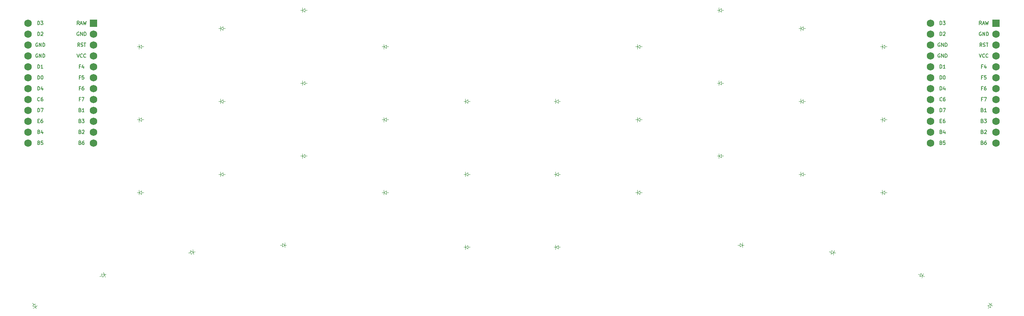
<source format=gbr>
%TF.GenerationSoftware,KiCad,Pcbnew,(6.0.4)*%
%TF.CreationDate,2022-07-04T17:43:03-04:00*%
%TF.ProjectId,glitch,676c6974-6368-42e6-9b69-6361645f7063,v1.0.0*%
%TF.SameCoordinates,Original*%
%TF.FileFunction,Legend,Top*%
%TF.FilePolarity,Positive*%
%FSLAX46Y46*%
G04 Gerber Fmt 4.6, Leading zero omitted, Abs format (unit mm)*
G04 Created by KiCad (PCBNEW (6.0.4)) date 2022-07-04 17:43:03*
%MOMM*%
%LPD*%
G01*
G04 APERTURE LIST*
%ADD10C,0.150000*%
%ADD11C,0.100000*%
%ADD12R,1.752600X1.752600*%
%ADD13C,1.752600*%
G04 APERTURE END LIST*
D10*
%TO.C,MCU1*%
X98747619Y47358095D02*
X98480952Y47739047D01*
X98290476Y47358095D02*
X98290476Y48158095D01*
X98595238Y48158095D01*
X98671428Y48120000D01*
X98709523Y48081904D01*
X98747619Y48005714D01*
X98747619Y47891428D01*
X98709523Y47815238D01*
X98671428Y47777142D01*
X98595238Y47739047D01*
X98290476Y47739047D01*
X99052380Y47586666D02*
X99433333Y47586666D01*
X98976190Y47358095D02*
X99242857Y48158095D01*
X99509523Y47358095D01*
X99700000Y48158095D02*
X99890476Y47358095D01*
X100042857Y47929523D01*
X100195238Y47358095D01*
X100385714Y48158095D01*
X98690476Y45580000D02*
X98614285Y45618095D01*
X98500000Y45618095D01*
X98385714Y45580000D01*
X98309523Y45503809D01*
X98271428Y45427619D01*
X98233333Y45275238D01*
X98233333Y45160952D01*
X98271428Y45008571D01*
X98309523Y44932380D01*
X98385714Y44856190D01*
X98500000Y44818095D01*
X98576190Y44818095D01*
X98690476Y44856190D01*
X98728571Y44894285D01*
X98728571Y45160952D01*
X98576190Y45160952D01*
X99071428Y44818095D02*
X99071428Y45618095D01*
X99528571Y44818095D01*
X99528571Y45618095D01*
X99909523Y44818095D02*
X99909523Y45618095D01*
X100100000Y45618095D01*
X100214285Y45580000D01*
X100290476Y45503809D01*
X100328571Y45427619D01*
X100366666Y45275238D01*
X100366666Y45160952D01*
X100328571Y45008571D01*
X100290476Y44932380D01*
X100214285Y44856190D01*
X100100000Y44818095D01*
X99909523Y44818095D01*
X98861904Y42278095D02*
X98595238Y42659047D01*
X98404761Y42278095D02*
X98404761Y43078095D01*
X98709523Y43078095D01*
X98785714Y43040000D01*
X98823809Y43001904D01*
X98861904Y42925714D01*
X98861904Y42811428D01*
X98823809Y42735238D01*
X98785714Y42697142D01*
X98709523Y42659047D01*
X98404761Y42659047D01*
X99166666Y42316190D02*
X99280952Y42278095D01*
X99471428Y42278095D01*
X99547619Y42316190D01*
X99585714Y42354285D01*
X99623809Y42430476D01*
X99623809Y42506666D01*
X99585714Y42582857D01*
X99547619Y42620952D01*
X99471428Y42659047D01*
X99319047Y42697142D01*
X99242857Y42735238D01*
X99204761Y42773333D01*
X99166666Y42849523D01*
X99166666Y42925714D01*
X99204761Y43001904D01*
X99242857Y43040000D01*
X99319047Y43078095D01*
X99509523Y43078095D01*
X99623809Y43040000D01*
X99852380Y43078095D02*
X100309523Y43078095D01*
X100080952Y42278095D02*
X100080952Y43078095D01*
X98233333Y40538095D02*
X98500000Y39738095D01*
X98766666Y40538095D01*
X99490476Y39814285D02*
X99452380Y39776190D01*
X99338095Y39738095D01*
X99261904Y39738095D01*
X99147619Y39776190D01*
X99071428Y39852380D01*
X99033333Y39928571D01*
X98995238Y40080952D01*
X98995238Y40195238D01*
X99033333Y40347619D01*
X99071428Y40423809D01*
X99147619Y40500000D01*
X99261904Y40538095D01*
X99338095Y40538095D01*
X99452380Y40500000D01*
X99490476Y40461904D01*
X100290476Y39814285D02*
X100252380Y39776190D01*
X100138095Y39738095D01*
X100061904Y39738095D01*
X99947619Y39776190D01*
X99871428Y39852380D01*
X99833333Y39928571D01*
X99795238Y40080952D01*
X99795238Y40195238D01*
X99833333Y40347619D01*
X99871428Y40423809D01*
X99947619Y40500000D01*
X100061904Y40538095D01*
X100138095Y40538095D01*
X100252380Y40500000D01*
X100290476Y40461904D01*
X99033333Y37617142D02*
X98766666Y37617142D01*
X98766666Y37198095D02*
X98766666Y37998095D01*
X99147619Y37998095D01*
X99795238Y37731428D02*
X99795238Y37198095D01*
X99604761Y38036190D02*
X99414285Y37464761D01*
X99909523Y37464761D01*
X99033333Y35077142D02*
X98766666Y35077142D01*
X98766666Y34658095D02*
X98766666Y35458095D01*
X99147619Y35458095D01*
X99833333Y35458095D02*
X99452380Y35458095D01*
X99414285Y35077142D01*
X99452380Y35115238D01*
X99528571Y35153333D01*
X99719047Y35153333D01*
X99795238Y35115238D01*
X99833333Y35077142D01*
X99871428Y35000952D01*
X99871428Y34810476D01*
X99833333Y34734285D01*
X99795238Y34696190D01*
X99719047Y34658095D01*
X99528571Y34658095D01*
X99452380Y34696190D01*
X99414285Y34734285D01*
X99033333Y32537142D02*
X98766666Y32537142D01*
X98766666Y32118095D02*
X98766666Y32918095D01*
X99147619Y32918095D01*
X99795238Y32918095D02*
X99642857Y32918095D01*
X99566666Y32880000D01*
X99528571Y32841904D01*
X99452380Y32727619D01*
X99414285Y32575238D01*
X99414285Y32270476D01*
X99452380Y32194285D01*
X99490476Y32156190D01*
X99566666Y32118095D01*
X99719047Y32118095D01*
X99795238Y32156190D01*
X99833333Y32194285D01*
X99871428Y32270476D01*
X99871428Y32460952D01*
X99833333Y32537142D01*
X99795238Y32575238D01*
X99719047Y32613333D01*
X99566666Y32613333D01*
X99490476Y32575238D01*
X99452380Y32537142D01*
X99414285Y32460952D01*
X99033333Y29997142D02*
X98766666Y29997142D01*
X98766666Y29578095D02*
X98766666Y30378095D01*
X99147619Y30378095D01*
X99376190Y30378095D02*
X99909523Y30378095D01*
X99566666Y29578095D01*
X98976190Y27457142D02*
X99090476Y27419047D01*
X99128571Y27380952D01*
X99166666Y27304761D01*
X99166666Y27190476D01*
X99128571Y27114285D01*
X99090476Y27076190D01*
X99014285Y27038095D01*
X98709523Y27038095D01*
X98709523Y27838095D01*
X98976190Y27838095D01*
X99052380Y27800000D01*
X99090476Y27761904D01*
X99128571Y27685714D01*
X99128571Y27609523D01*
X99090476Y27533333D01*
X99052380Y27495238D01*
X98976190Y27457142D01*
X98709523Y27457142D01*
X99928571Y27038095D02*
X99471428Y27038095D01*
X99700000Y27038095D02*
X99700000Y27838095D01*
X99623809Y27723809D01*
X99547619Y27647619D01*
X99471428Y27609523D01*
X98976190Y24917142D02*
X99090476Y24879047D01*
X99128571Y24840952D01*
X99166666Y24764761D01*
X99166666Y24650476D01*
X99128571Y24574285D01*
X99090476Y24536190D01*
X99014285Y24498095D01*
X98709523Y24498095D01*
X98709523Y25298095D01*
X98976190Y25298095D01*
X99052380Y25260000D01*
X99090476Y25221904D01*
X99128571Y25145714D01*
X99128571Y25069523D01*
X99090476Y24993333D01*
X99052380Y24955238D01*
X98976190Y24917142D01*
X98709523Y24917142D01*
X99433333Y25298095D02*
X99928571Y25298095D01*
X99661904Y24993333D01*
X99776190Y24993333D01*
X99852380Y24955238D01*
X99890476Y24917142D01*
X99928571Y24840952D01*
X99928571Y24650476D01*
X99890476Y24574285D01*
X99852380Y24536190D01*
X99776190Y24498095D01*
X99547619Y24498095D01*
X99471428Y24536190D01*
X99433333Y24574285D01*
X98976190Y22377142D02*
X99090476Y22339047D01*
X99128571Y22300952D01*
X99166666Y22224761D01*
X99166666Y22110476D01*
X99128571Y22034285D01*
X99090476Y21996190D01*
X99014285Y21958095D01*
X98709523Y21958095D01*
X98709523Y22758095D01*
X98976190Y22758095D01*
X99052380Y22720000D01*
X99090476Y22681904D01*
X99128571Y22605714D01*
X99128571Y22529523D01*
X99090476Y22453333D01*
X99052380Y22415238D01*
X98976190Y22377142D01*
X98709523Y22377142D01*
X99471428Y22681904D02*
X99509523Y22720000D01*
X99585714Y22758095D01*
X99776190Y22758095D01*
X99852380Y22720000D01*
X99890476Y22681904D01*
X99928571Y22605714D01*
X99928571Y22529523D01*
X99890476Y22415238D01*
X99433333Y21958095D01*
X99928571Y21958095D01*
X98976190Y19837142D02*
X99090476Y19799047D01*
X99128571Y19760952D01*
X99166666Y19684761D01*
X99166666Y19570476D01*
X99128571Y19494285D01*
X99090476Y19456190D01*
X99014285Y19418095D01*
X98709523Y19418095D01*
X98709523Y20218095D01*
X98976190Y20218095D01*
X99052380Y20180000D01*
X99090476Y20141904D01*
X99128571Y20065714D01*
X99128571Y19989523D01*
X99090476Y19913333D01*
X99052380Y19875238D01*
X98976190Y19837142D01*
X98709523Y19837142D01*
X99852380Y20218095D02*
X99700000Y20218095D01*
X99623809Y20180000D01*
X99585714Y20141904D01*
X99509523Y20027619D01*
X99471428Y19875238D01*
X99471428Y19570476D01*
X99509523Y19494285D01*
X99547619Y19456190D01*
X99623809Y19418095D01*
X99776190Y19418095D01*
X99852380Y19456190D01*
X99890476Y19494285D01*
X99928571Y19570476D01*
X99928571Y19760952D01*
X99890476Y19837142D01*
X99852380Y19875238D01*
X99776190Y19913333D01*
X99623809Y19913333D01*
X99547619Y19875238D01*
X99509523Y19837142D01*
X99471428Y19760952D01*
X89109523Y47358095D02*
X89109523Y48158095D01*
X89300000Y48158095D01*
X89414285Y48120000D01*
X89490476Y48043809D01*
X89528571Y47967619D01*
X89566666Y47815238D01*
X89566666Y47700952D01*
X89528571Y47548571D01*
X89490476Y47472380D01*
X89414285Y47396190D01*
X89300000Y47358095D01*
X89109523Y47358095D01*
X89833333Y48158095D02*
X90328571Y48158095D01*
X90061904Y47853333D01*
X90176190Y47853333D01*
X90252380Y47815238D01*
X90290476Y47777142D01*
X90328571Y47700952D01*
X90328571Y47510476D01*
X90290476Y47434285D01*
X90252380Y47396190D01*
X90176190Y47358095D01*
X89947619Y47358095D01*
X89871428Y47396190D01*
X89833333Y47434285D01*
X89109523Y44818095D02*
X89109523Y45618095D01*
X89300000Y45618095D01*
X89414285Y45580000D01*
X89490476Y45503809D01*
X89528571Y45427619D01*
X89566666Y45275238D01*
X89566666Y45160952D01*
X89528571Y45008571D01*
X89490476Y44932380D01*
X89414285Y44856190D01*
X89300000Y44818095D01*
X89109523Y44818095D01*
X89871428Y45541904D02*
X89909523Y45580000D01*
X89985714Y45618095D01*
X90176190Y45618095D01*
X90252380Y45580000D01*
X90290476Y45541904D01*
X90328571Y45465714D01*
X90328571Y45389523D01*
X90290476Y45275238D01*
X89833333Y44818095D01*
X90328571Y44818095D01*
X89090476Y43040000D02*
X89014285Y43078095D01*
X88900000Y43078095D01*
X88785714Y43040000D01*
X88709523Y42963809D01*
X88671428Y42887619D01*
X88633333Y42735238D01*
X88633333Y42620952D01*
X88671428Y42468571D01*
X88709523Y42392380D01*
X88785714Y42316190D01*
X88900000Y42278095D01*
X88976190Y42278095D01*
X89090476Y42316190D01*
X89128571Y42354285D01*
X89128571Y42620952D01*
X88976190Y42620952D01*
X89471428Y42278095D02*
X89471428Y43078095D01*
X89928571Y42278095D01*
X89928571Y43078095D01*
X90309523Y42278095D02*
X90309523Y43078095D01*
X90500000Y43078095D01*
X90614285Y43040000D01*
X90690476Y42963809D01*
X90728571Y42887619D01*
X90766666Y42735238D01*
X90766666Y42620952D01*
X90728571Y42468571D01*
X90690476Y42392380D01*
X90614285Y42316190D01*
X90500000Y42278095D01*
X90309523Y42278095D01*
X89090476Y40500000D02*
X89014285Y40538095D01*
X88900000Y40538095D01*
X88785714Y40500000D01*
X88709523Y40423809D01*
X88671428Y40347619D01*
X88633333Y40195238D01*
X88633333Y40080952D01*
X88671428Y39928571D01*
X88709523Y39852380D01*
X88785714Y39776190D01*
X88900000Y39738095D01*
X88976190Y39738095D01*
X89090476Y39776190D01*
X89128571Y39814285D01*
X89128571Y40080952D01*
X88976190Y40080952D01*
X89471428Y39738095D02*
X89471428Y40538095D01*
X89928571Y39738095D01*
X89928571Y40538095D01*
X90309523Y39738095D02*
X90309523Y40538095D01*
X90500000Y40538095D01*
X90614285Y40500000D01*
X90690476Y40423809D01*
X90728571Y40347619D01*
X90766666Y40195238D01*
X90766666Y40080952D01*
X90728571Y39928571D01*
X90690476Y39852380D01*
X90614285Y39776190D01*
X90500000Y39738095D01*
X90309523Y39738095D01*
X89109523Y37198095D02*
X89109523Y37998095D01*
X89300000Y37998095D01*
X89414285Y37960000D01*
X89490476Y37883809D01*
X89528571Y37807619D01*
X89566666Y37655238D01*
X89566666Y37540952D01*
X89528571Y37388571D01*
X89490476Y37312380D01*
X89414285Y37236190D01*
X89300000Y37198095D01*
X89109523Y37198095D01*
X90328571Y37198095D02*
X89871428Y37198095D01*
X90100000Y37198095D02*
X90100000Y37998095D01*
X90023809Y37883809D01*
X89947619Y37807619D01*
X89871428Y37769523D01*
X89109523Y34658095D02*
X89109523Y35458095D01*
X89300000Y35458095D01*
X89414285Y35420000D01*
X89490476Y35343809D01*
X89528571Y35267619D01*
X89566666Y35115238D01*
X89566666Y35000952D01*
X89528571Y34848571D01*
X89490476Y34772380D01*
X89414285Y34696190D01*
X89300000Y34658095D01*
X89109523Y34658095D01*
X90061904Y35458095D02*
X90138095Y35458095D01*
X90214285Y35420000D01*
X90252380Y35381904D01*
X90290476Y35305714D01*
X90328571Y35153333D01*
X90328571Y34962857D01*
X90290476Y34810476D01*
X90252380Y34734285D01*
X90214285Y34696190D01*
X90138095Y34658095D01*
X90061904Y34658095D01*
X89985714Y34696190D01*
X89947619Y34734285D01*
X89909523Y34810476D01*
X89871428Y34962857D01*
X89871428Y35153333D01*
X89909523Y35305714D01*
X89947619Y35381904D01*
X89985714Y35420000D01*
X90061904Y35458095D01*
X89109523Y32118095D02*
X89109523Y32918095D01*
X89300000Y32918095D01*
X89414285Y32880000D01*
X89490476Y32803809D01*
X89528571Y32727619D01*
X89566666Y32575238D01*
X89566666Y32460952D01*
X89528571Y32308571D01*
X89490476Y32232380D01*
X89414285Y32156190D01*
X89300000Y32118095D01*
X89109523Y32118095D01*
X90252380Y32651428D02*
X90252380Y32118095D01*
X90061904Y32956190D02*
X89871428Y32384761D01*
X90366666Y32384761D01*
X89566666Y29654285D02*
X89528571Y29616190D01*
X89414285Y29578095D01*
X89338095Y29578095D01*
X89223809Y29616190D01*
X89147619Y29692380D01*
X89109523Y29768571D01*
X89071428Y29920952D01*
X89071428Y30035238D01*
X89109523Y30187619D01*
X89147619Y30263809D01*
X89223809Y30340000D01*
X89338095Y30378095D01*
X89414285Y30378095D01*
X89528571Y30340000D01*
X89566666Y30301904D01*
X90252380Y30378095D02*
X90100000Y30378095D01*
X90023809Y30340000D01*
X89985714Y30301904D01*
X89909523Y30187619D01*
X89871428Y30035238D01*
X89871428Y29730476D01*
X89909523Y29654285D01*
X89947619Y29616190D01*
X90023809Y29578095D01*
X90176190Y29578095D01*
X90252380Y29616190D01*
X90290476Y29654285D01*
X90328571Y29730476D01*
X90328571Y29920952D01*
X90290476Y29997142D01*
X90252380Y30035238D01*
X90176190Y30073333D01*
X90023809Y30073333D01*
X89947619Y30035238D01*
X89909523Y29997142D01*
X89871428Y29920952D01*
X89109523Y27038095D02*
X89109523Y27838095D01*
X89300000Y27838095D01*
X89414285Y27800000D01*
X89490476Y27723809D01*
X89528571Y27647619D01*
X89566666Y27495238D01*
X89566666Y27380952D01*
X89528571Y27228571D01*
X89490476Y27152380D01*
X89414285Y27076190D01*
X89300000Y27038095D01*
X89109523Y27038095D01*
X89833333Y27838095D02*
X90366666Y27838095D01*
X90023809Y27038095D01*
X89147619Y24917142D02*
X89414285Y24917142D01*
X89528571Y24498095D02*
X89147619Y24498095D01*
X89147619Y25298095D01*
X89528571Y25298095D01*
X90214285Y25298095D02*
X90061904Y25298095D01*
X89985714Y25260000D01*
X89947619Y25221904D01*
X89871428Y25107619D01*
X89833333Y24955238D01*
X89833333Y24650476D01*
X89871428Y24574285D01*
X89909523Y24536190D01*
X89985714Y24498095D01*
X90138095Y24498095D01*
X90214285Y24536190D01*
X90252380Y24574285D01*
X90290476Y24650476D01*
X90290476Y24840952D01*
X90252380Y24917142D01*
X90214285Y24955238D01*
X90138095Y24993333D01*
X89985714Y24993333D01*
X89909523Y24955238D01*
X89871428Y24917142D01*
X89833333Y24840952D01*
X89376190Y22377142D02*
X89490476Y22339047D01*
X89528571Y22300952D01*
X89566666Y22224761D01*
X89566666Y22110476D01*
X89528571Y22034285D01*
X89490476Y21996190D01*
X89414285Y21958095D01*
X89109523Y21958095D01*
X89109523Y22758095D01*
X89376190Y22758095D01*
X89452380Y22720000D01*
X89490476Y22681904D01*
X89528571Y22605714D01*
X89528571Y22529523D01*
X89490476Y22453333D01*
X89452380Y22415238D01*
X89376190Y22377142D01*
X89109523Y22377142D01*
X90252380Y22491428D02*
X90252380Y21958095D01*
X90061904Y22796190D02*
X89871428Y22224761D01*
X90366666Y22224761D01*
X89376190Y19837142D02*
X89490476Y19799047D01*
X89528571Y19760952D01*
X89566666Y19684761D01*
X89566666Y19570476D01*
X89528571Y19494285D01*
X89490476Y19456190D01*
X89414285Y19418095D01*
X89109523Y19418095D01*
X89109523Y20218095D01*
X89376190Y20218095D01*
X89452380Y20180000D01*
X89490476Y20141904D01*
X89528571Y20065714D01*
X89528571Y19989523D01*
X89490476Y19913333D01*
X89452380Y19875238D01*
X89376190Y19837142D01*
X89109523Y19837142D01*
X90290476Y20218095D02*
X89909523Y20218095D01*
X89871428Y19837142D01*
X89909523Y19875238D01*
X89985714Y19913333D01*
X90176190Y19913333D01*
X90252380Y19875238D01*
X90290476Y19837142D01*
X90328571Y19760952D01*
X90328571Y19570476D01*
X90290476Y19494285D01*
X90252380Y19456190D01*
X90176190Y19418095D01*
X89985714Y19418095D01*
X89909523Y19456190D01*
X89871428Y19494285D01*
%TO.C,MCU2*%
X-111252380Y47358095D02*
X-111519047Y47739047D01*
X-111709523Y47358095D02*
X-111709523Y48158095D01*
X-111404761Y48158095D01*
X-111328571Y48120000D01*
X-111290476Y48081904D01*
X-111252380Y48005714D01*
X-111252380Y47891428D01*
X-111290476Y47815238D01*
X-111328571Y47777142D01*
X-111404761Y47739047D01*
X-111709523Y47739047D01*
X-110947619Y47586666D02*
X-110566666Y47586666D01*
X-111023809Y47358095D02*
X-110757142Y48158095D01*
X-110490476Y47358095D01*
X-110300000Y48158095D02*
X-110109523Y47358095D01*
X-109957142Y47929523D01*
X-109804761Y47358095D01*
X-109614285Y48158095D01*
X-111309523Y45580000D02*
X-111385714Y45618095D01*
X-111500000Y45618095D01*
X-111614285Y45580000D01*
X-111690476Y45503809D01*
X-111728571Y45427619D01*
X-111766666Y45275238D01*
X-111766666Y45160952D01*
X-111728571Y45008571D01*
X-111690476Y44932380D01*
X-111614285Y44856190D01*
X-111500000Y44818095D01*
X-111423809Y44818095D01*
X-111309523Y44856190D01*
X-111271428Y44894285D01*
X-111271428Y45160952D01*
X-111423809Y45160952D01*
X-110928571Y44818095D02*
X-110928571Y45618095D01*
X-110471428Y44818095D01*
X-110471428Y45618095D01*
X-110090476Y44818095D02*
X-110090476Y45618095D01*
X-109900000Y45618095D01*
X-109785714Y45580000D01*
X-109709523Y45503809D01*
X-109671428Y45427619D01*
X-109633333Y45275238D01*
X-109633333Y45160952D01*
X-109671428Y45008571D01*
X-109709523Y44932380D01*
X-109785714Y44856190D01*
X-109900000Y44818095D01*
X-110090476Y44818095D01*
X-111138095Y42278095D02*
X-111404761Y42659047D01*
X-111595238Y42278095D02*
X-111595238Y43078095D01*
X-111290476Y43078095D01*
X-111214285Y43040000D01*
X-111176190Y43001904D01*
X-111138095Y42925714D01*
X-111138095Y42811428D01*
X-111176190Y42735238D01*
X-111214285Y42697142D01*
X-111290476Y42659047D01*
X-111595238Y42659047D01*
X-110833333Y42316190D02*
X-110719047Y42278095D01*
X-110528571Y42278095D01*
X-110452380Y42316190D01*
X-110414285Y42354285D01*
X-110376190Y42430476D01*
X-110376190Y42506666D01*
X-110414285Y42582857D01*
X-110452380Y42620952D01*
X-110528571Y42659047D01*
X-110680952Y42697142D01*
X-110757142Y42735238D01*
X-110795238Y42773333D01*
X-110833333Y42849523D01*
X-110833333Y42925714D01*
X-110795238Y43001904D01*
X-110757142Y43040000D01*
X-110680952Y43078095D01*
X-110490476Y43078095D01*
X-110376190Y43040000D01*
X-110147619Y43078095D02*
X-109690476Y43078095D01*
X-109919047Y42278095D02*
X-109919047Y43078095D01*
X-111766666Y40538095D02*
X-111500000Y39738095D01*
X-111233333Y40538095D01*
X-110509523Y39814285D02*
X-110547619Y39776190D01*
X-110661904Y39738095D01*
X-110738095Y39738095D01*
X-110852380Y39776190D01*
X-110928571Y39852380D01*
X-110966666Y39928571D01*
X-111004761Y40080952D01*
X-111004761Y40195238D01*
X-110966666Y40347619D01*
X-110928571Y40423809D01*
X-110852380Y40500000D01*
X-110738095Y40538095D01*
X-110661904Y40538095D01*
X-110547619Y40500000D01*
X-110509523Y40461904D01*
X-109709523Y39814285D02*
X-109747619Y39776190D01*
X-109861904Y39738095D01*
X-109938095Y39738095D01*
X-110052380Y39776190D01*
X-110128571Y39852380D01*
X-110166666Y39928571D01*
X-110204761Y40080952D01*
X-110204761Y40195238D01*
X-110166666Y40347619D01*
X-110128571Y40423809D01*
X-110052380Y40500000D01*
X-109938095Y40538095D01*
X-109861904Y40538095D01*
X-109747619Y40500000D01*
X-109709523Y40461904D01*
X-110966666Y37617142D02*
X-111233333Y37617142D01*
X-111233333Y37198095D02*
X-111233333Y37998095D01*
X-110852380Y37998095D01*
X-110204761Y37731428D02*
X-110204761Y37198095D01*
X-110395238Y38036190D02*
X-110585714Y37464761D01*
X-110090476Y37464761D01*
X-110966666Y35077142D02*
X-111233333Y35077142D01*
X-111233333Y34658095D02*
X-111233333Y35458095D01*
X-110852380Y35458095D01*
X-110166666Y35458095D02*
X-110547619Y35458095D01*
X-110585714Y35077142D01*
X-110547619Y35115238D01*
X-110471428Y35153333D01*
X-110280952Y35153333D01*
X-110204761Y35115238D01*
X-110166666Y35077142D01*
X-110128571Y35000952D01*
X-110128571Y34810476D01*
X-110166666Y34734285D01*
X-110204761Y34696190D01*
X-110280952Y34658095D01*
X-110471428Y34658095D01*
X-110547619Y34696190D01*
X-110585714Y34734285D01*
X-110966666Y32537142D02*
X-111233333Y32537142D01*
X-111233333Y32118095D02*
X-111233333Y32918095D01*
X-110852380Y32918095D01*
X-110204761Y32918095D02*
X-110357142Y32918095D01*
X-110433333Y32880000D01*
X-110471428Y32841904D01*
X-110547619Y32727619D01*
X-110585714Y32575238D01*
X-110585714Y32270476D01*
X-110547619Y32194285D01*
X-110509523Y32156190D01*
X-110433333Y32118095D01*
X-110280952Y32118095D01*
X-110204761Y32156190D01*
X-110166666Y32194285D01*
X-110128571Y32270476D01*
X-110128571Y32460952D01*
X-110166666Y32537142D01*
X-110204761Y32575238D01*
X-110280952Y32613333D01*
X-110433333Y32613333D01*
X-110509523Y32575238D01*
X-110547619Y32537142D01*
X-110585714Y32460952D01*
X-110966666Y29997142D02*
X-111233333Y29997142D01*
X-111233333Y29578095D02*
X-111233333Y30378095D01*
X-110852380Y30378095D01*
X-110623809Y30378095D02*
X-110090476Y30378095D01*
X-110433333Y29578095D01*
X-111023809Y27457142D02*
X-110909523Y27419047D01*
X-110871428Y27380952D01*
X-110833333Y27304761D01*
X-110833333Y27190476D01*
X-110871428Y27114285D01*
X-110909523Y27076190D01*
X-110985714Y27038095D01*
X-111290476Y27038095D01*
X-111290476Y27838095D01*
X-111023809Y27838095D01*
X-110947619Y27800000D01*
X-110909523Y27761904D01*
X-110871428Y27685714D01*
X-110871428Y27609523D01*
X-110909523Y27533333D01*
X-110947619Y27495238D01*
X-111023809Y27457142D01*
X-111290476Y27457142D01*
X-110071428Y27038095D02*
X-110528571Y27038095D01*
X-110300000Y27038095D02*
X-110300000Y27838095D01*
X-110376190Y27723809D01*
X-110452380Y27647619D01*
X-110528571Y27609523D01*
X-111023809Y24917142D02*
X-110909523Y24879047D01*
X-110871428Y24840952D01*
X-110833333Y24764761D01*
X-110833333Y24650476D01*
X-110871428Y24574285D01*
X-110909523Y24536190D01*
X-110985714Y24498095D01*
X-111290476Y24498095D01*
X-111290476Y25298095D01*
X-111023809Y25298095D01*
X-110947619Y25260000D01*
X-110909523Y25221904D01*
X-110871428Y25145714D01*
X-110871428Y25069523D01*
X-110909523Y24993333D01*
X-110947619Y24955238D01*
X-111023809Y24917142D01*
X-111290476Y24917142D01*
X-110566666Y25298095D02*
X-110071428Y25298095D01*
X-110338095Y24993333D01*
X-110223809Y24993333D01*
X-110147619Y24955238D01*
X-110109523Y24917142D01*
X-110071428Y24840952D01*
X-110071428Y24650476D01*
X-110109523Y24574285D01*
X-110147619Y24536190D01*
X-110223809Y24498095D01*
X-110452380Y24498095D01*
X-110528571Y24536190D01*
X-110566666Y24574285D01*
X-111023809Y22377142D02*
X-110909523Y22339047D01*
X-110871428Y22300952D01*
X-110833333Y22224761D01*
X-110833333Y22110476D01*
X-110871428Y22034285D01*
X-110909523Y21996190D01*
X-110985714Y21958095D01*
X-111290476Y21958095D01*
X-111290476Y22758095D01*
X-111023809Y22758095D01*
X-110947619Y22720000D01*
X-110909523Y22681904D01*
X-110871428Y22605714D01*
X-110871428Y22529523D01*
X-110909523Y22453333D01*
X-110947619Y22415238D01*
X-111023809Y22377142D01*
X-111290476Y22377142D01*
X-110528571Y22681904D02*
X-110490476Y22720000D01*
X-110414285Y22758095D01*
X-110223809Y22758095D01*
X-110147619Y22720000D01*
X-110109523Y22681904D01*
X-110071428Y22605714D01*
X-110071428Y22529523D01*
X-110109523Y22415238D01*
X-110566666Y21958095D01*
X-110071428Y21958095D01*
X-111023809Y19837142D02*
X-110909523Y19799047D01*
X-110871428Y19760952D01*
X-110833333Y19684761D01*
X-110833333Y19570476D01*
X-110871428Y19494285D01*
X-110909523Y19456190D01*
X-110985714Y19418095D01*
X-111290476Y19418095D01*
X-111290476Y20218095D01*
X-111023809Y20218095D01*
X-110947619Y20180000D01*
X-110909523Y20141904D01*
X-110871428Y20065714D01*
X-110871428Y19989523D01*
X-110909523Y19913333D01*
X-110947619Y19875238D01*
X-111023809Y19837142D01*
X-111290476Y19837142D01*
X-110147619Y20218095D02*
X-110300000Y20218095D01*
X-110376190Y20180000D01*
X-110414285Y20141904D01*
X-110490476Y20027619D01*
X-110528571Y19875238D01*
X-110528571Y19570476D01*
X-110490476Y19494285D01*
X-110452380Y19456190D01*
X-110376190Y19418095D01*
X-110223809Y19418095D01*
X-110147619Y19456190D01*
X-110109523Y19494285D01*
X-110071428Y19570476D01*
X-110071428Y19760952D01*
X-110109523Y19837142D01*
X-110147619Y19875238D01*
X-110223809Y19913333D01*
X-110376190Y19913333D01*
X-110452380Y19875238D01*
X-110490476Y19837142D01*
X-110528571Y19760952D01*
X-120890476Y47358095D02*
X-120890476Y48158095D01*
X-120700000Y48158095D01*
X-120585714Y48120000D01*
X-120509523Y48043809D01*
X-120471428Y47967619D01*
X-120433333Y47815238D01*
X-120433333Y47700952D01*
X-120471428Y47548571D01*
X-120509523Y47472380D01*
X-120585714Y47396190D01*
X-120700000Y47358095D01*
X-120890476Y47358095D01*
X-120166666Y48158095D02*
X-119671428Y48158095D01*
X-119938095Y47853333D01*
X-119823809Y47853333D01*
X-119747619Y47815238D01*
X-119709523Y47777142D01*
X-119671428Y47700952D01*
X-119671428Y47510476D01*
X-119709523Y47434285D01*
X-119747619Y47396190D01*
X-119823809Y47358095D01*
X-120052380Y47358095D01*
X-120128571Y47396190D01*
X-120166666Y47434285D01*
X-120890476Y44818095D02*
X-120890476Y45618095D01*
X-120700000Y45618095D01*
X-120585714Y45580000D01*
X-120509523Y45503809D01*
X-120471428Y45427619D01*
X-120433333Y45275238D01*
X-120433333Y45160952D01*
X-120471428Y45008571D01*
X-120509523Y44932380D01*
X-120585714Y44856190D01*
X-120700000Y44818095D01*
X-120890476Y44818095D01*
X-120128571Y45541904D02*
X-120090476Y45580000D01*
X-120014285Y45618095D01*
X-119823809Y45618095D01*
X-119747619Y45580000D01*
X-119709523Y45541904D01*
X-119671428Y45465714D01*
X-119671428Y45389523D01*
X-119709523Y45275238D01*
X-120166666Y44818095D01*
X-119671428Y44818095D01*
X-120909523Y43040000D02*
X-120985714Y43078095D01*
X-121100000Y43078095D01*
X-121214285Y43040000D01*
X-121290476Y42963809D01*
X-121328571Y42887619D01*
X-121366666Y42735238D01*
X-121366666Y42620952D01*
X-121328571Y42468571D01*
X-121290476Y42392380D01*
X-121214285Y42316190D01*
X-121100000Y42278095D01*
X-121023809Y42278095D01*
X-120909523Y42316190D01*
X-120871428Y42354285D01*
X-120871428Y42620952D01*
X-121023809Y42620952D01*
X-120528571Y42278095D02*
X-120528571Y43078095D01*
X-120071428Y42278095D01*
X-120071428Y43078095D01*
X-119690476Y42278095D02*
X-119690476Y43078095D01*
X-119500000Y43078095D01*
X-119385714Y43040000D01*
X-119309523Y42963809D01*
X-119271428Y42887619D01*
X-119233333Y42735238D01*
X-119233333Y42620952D01*
X-119271428Y42468571D01*
X-119309523Y42392380D01*
X-119385714Y42316190D01*
X-119500000Y42278095D01*
X-119690476Y42278095D01*
X-120909523Y40500000D02*
X-120985714Y40538095D01*
X-121100000Y40538095D01*
X-121214285Y40500000D01*
X-121290476Y40423809D01*
X-121328571Y40347619D01*
X-121366666Y40195238D01*
X-121366666Y40080952D01*
X-121328571Y39928571D01*
X-121290476Y39852380D01*
X-121214285Y39776190D01*
X-121100000Y39738095D01*
X-121023809Y39738095D01*
X-120909523Y39776190D01*
X-120871428Y39814285D01*
X-120871428Y40080952D01*
X-121023809Y40080952D01*
X-120528571Y39738095D02*
X-120528571Y40538095D01*
X-120071428Y39738095D01*
X-120071428Y40538095D01*
X-119690476Y39738095D02*
X-119690476Y40538095D01*
X-119500000Y40538095D01*
X-119385714Y40500000D01*
X-119309523Y40423809D01*
X-119271428Y40347619D01*
X-119233333Y40195238D01*
X-119233333Y40080952D01*
X-119271428Y39928571D01*
X-119309523Y39852380D01*
X-119385714Y39776190D01*
X-119500000Y39738095D01*
X-119690476Y39738095D01*
X-120890476Y37198095D02*
X-120890476Y37998095D01*
X-120700000Y37998095D01*
X-120585714Y37960000D01*
X-120509523Y37883809D01*
X-120471428Y37807619D01*
X-120433333Y37655238D01*
X-120433333Y37540952D01*
X-120471428Y37388571D01*
X-120509523Y37312380D01*
X-120585714Y37236190D01*
X-120700000Y37198095D01*
X-120890476Y37198095D01*
X-119671428Y37198095D02*
X-120128571Y37198095D01*
X-119900000Y37198095D02*
X-119900000Y37998095D01*
X-119976190Y37883809D01*
X-120052380Y37807619D01*
X-120128571Y37769523D01*
X-120890476Y34658095D02*
X-120890476Y35458095D01*
X-120700000Y35458095D01*
X-120585714Y35420000D01*
X-120509523Y35343809D01*
X-120471428Y35267619D01*
X-120433333Y35115238D01*
X-120433333Y35000952D01*
X-120471428Y34848571D01*
X-120509523Y34772380D01*
X-120585714Y34696190D01*
X-120700000Y34658095D01*
X-120890476Y34658095D01*
X-119938095Y35458095D02*
X-119861904Y35458095D01*
X-119785714Y35420000D01*
X-119747619Y35381904D01*
X-119709523Y35305714D01*
X-119671428Y35153333D01*
X-119671428Y34962857D01*
X-119709523Y34810476D01*
X-119747619Y34734285D01*
X-119785714Y34696190D01*
X-119861904Y34658095D01*
X-119938095Y34658095D01*
X-120014285Y34696190D01*
X-120052380Y34734285D01*
X-120090476Y34810476D01*
X-120128571Y34962857D01*
X-120128571Y35153333D01*
X-120090476Y35305714D01*
X-120052380Y35381904D01*
X-120014285Y35420000D01*
X-119938095Y35458095D01*
X-120890476Y32118095D02*
X-120890476Y32918095D01*
X-120700000Y32918095D01*
X-120585714Y32880000D01*
X-120509523Y32803809D01*
X-120471428Y32727619D01*
X-120433333Y32575238D01*
X-120433333Y32460952D01*
X-120471428Y32308571D01*
X-120509523Y32232380D01*
X-120585714Y32156190D01*
X-120700000Y32118095D01*
X-120890476Y32118095D01*
X-119747619Y32651428D02*
X-119747619Y32118095D01*
X-119938095Y32956190D02*
X-120128571Y32384761D01*
X-119633333Y32384761D01*
X-120433333Y29654285D02*
X-120471428Y29616190D01*
X-120585714Y29578095D01*
X-120661904Y29578095D01*
X-120776190Y29616190D01*
X-120852380Y29692380D01*
X-120890476Y29768571D01*
X-120928571Y29920952D01*
X-120928571Y30035238D01*
X-120890476Y30187619D01*
X-120852380Y30263809D01*
X-120776190Y30340000D01*
X-120661904Y30378095D01*
X-120585714Y30378095D01*
X-120471428Y30340000D01*
X-120433333Y30301904D01*
X-119747619Y30378095D02*
X-119900000Y30378095D01*
X-119976190Y30340000D01*
X-120014285Y30301904D01*
X-120090476Y30187619D01*
X-120128571Y30035238D01*
X-120128571Y29730476D01*
X-120090476Y29654285D01*
X-120052380Y29616190D01*
X-119976190Y29578095D01*
X-119823809Y29578095D01*
X-119747619Y29616190D01*
X-119709523Y29654285D01*
X-119671428Y29730476D01*
X-119671428Y29920952D01*
X-119709523Y29997142D01*
X-119747619Y30035238D01*
X-119823809Y30073333D01*
X-119976190Y30073333D01*
X-120052380Y30035238D01*
X-120090476Y29997142D01*
X-120128571Y29920952D01*
X-120890476Y27038095D02*
X-120890476Y27838095D01*
X-120700000Y27838095D01*
X-120585714Y27800000D01*
X-120509523Y27723809D01*
X-120471428Y27647619D01*
X-120433333Y27495238D01*
X-120433333Y27380952D01*
X-120471428Y27228571D01*
X-120509523Y27152380D01*
X-120585714Y27076190D01*
X-120700000Y27038095D01*
X-120890476Y27038095D01*
X-120166666Y27838095D02*
X-119633333Y27838095D01*
X-119976190Y27038095D01*
X-120852380Y24917142D02*
X-120585714Y24917142D01*
X-120471428Y24498095D02*
X-120852380Y24498095D01*
X-120852380Y25298095D01*
X-120471428Y25298095D01*
X-119785714Y25298095D02*
X-119938095Y25298095D01*
X-120014285Y25260000D01*
X-120052380Y25221904D01*
X-120128571Y25107619D01*
X-120166666Y24955238D01*
X-120166666Y24650476D01*
X-120128571Y24574285D01*
X-120090476Y24536190D01*
X-120014285Y24498095D01*
X-119861904Y24498095D01*
X-119785714Y24536190D01*
X-119747619Y24574285D01*
X-119709523Y24650476D01*
X-119709523Y24840952D01*
X-119747619Y24917142D01*
X-119785714Y24955238D01*
X-119861904Y24993333D01*
X-120014285Y24993333D01*
X-120090476Y24955238D01*
X-120128571Y24917142D01*
X-120166666Y24840952D01*
X-120623809Y22377142D02*
X-120509523Y22339047D01*
X-120471428Y22300952D01*
X-120433333Y22224761D01*
X-120433333Y22110476D01*
X-120471428Y22034285D01*
X-120509523Y21996190D01*
X-120585714Y21958095D01*
X-120890476Y21958095D01*
X-120890476Y22758095D01*
X-120623809Y22758095D01*
X-120547619Y22720000D01*
X-120509523Y22681904D01*
X-120471428Y22605714D01*
X-120471428Y22529523D01*
X-120509523Y22453333D01*
X-120547619Y22415238D01*
X-120623809Y22377142D01*
X-120890476Y22377142D01*
X-119747619Y22491428D02*
X-119747619Y21958095D01*
X-119938095Y22796190D02*
X-120128571Y22224761D01*
X-119633333Y22224761D01*
X-120623809Y19837142D02*
X-120509523Y19799047D01*
X-120471428Y19760952D01*
X-120433333Y19684761D01*
X-120433333Y19570476D01*
X-120471428Y19494285D01*
X-120509523Y19456190D01*
X-120585714Y19418095D01*
X-120890476Y19418095D01*
X-120890476Y20218095D01*
X-120623809Y20218095D01*
X-120547619Y20180000D01*
X-120509523Y20141904D01*
X-120471428Y20065714D01*
X-120471428Y19989523D01*
X-120509523Y19913333D01*
X-120547619Y19875238D01*
X-120623809Y19837142D01*
X-120890476Y19837142D01*
X-119709523Y20218095D02*
X-120090476Y20218095D01*
X-120128571Y19837142D01*
X-120090476Y19875238D01*
X-120014285Y19913333D01*
X-119823809Y19913333D01*
X-119747619Y19875238D01*
X-119709523Y19837142D01*
X-119671428Y19760952D01*
X-119671428Y19570476D01*
X-119709523Y19494285D01*
X-119747619Y19456190D01*
X-119823809Y19418095D01*
X-120014285Y19418095D01*
X-120090476Y19456190D01*
X-120128571Y19494285D01*
%TO.C,*%
D11*
%TO.C,D1*%
X250000Y-4500000D02*
X750000Y-4500000D01*
X250000Y-4900000D02*
X-350000Y-4500000D01*
X250000Y-4100000D02*
X250000Y-4900000D01*
X-350000Y-4500000D02*
X250000Y-4100000D01*
X-350000Y-4500000D02*
X-350000Y-5050000D01*
X-350000Y-4500000D02*
X-350000Y-3950000D01*
X-750000Y-4500000D02*
X-350000Y-4500000D01*
%TO.C,D2*%
X250000Y12500000D02*
X750000Y12500000D01*
X250000Y12100000D02*
X-350000Y12500000D01*
X250000Y12900000D02*
X250000Y12100000D01*
X-350000Y12500000D02*
X250000Y12900000D01*
X-350000Y12500000D02*
X-350000Y11950000D01*
X-350000Y12500000D02*
X-350000Y13050000D01*
X-750000Y12500000D02*
X-350000Y12500000D01*
%TO.C,D3*%
X250000Y29500000D02*
X750000Y29500000D01*
X250000Y29100000D02*
X-350000Y29500000D01*
X250000Y29900000D02*
X250000Y29100000D01*
X-350000Y29500000D02*
X250000Y29900000D01*
X-350000Y29500000D02*
X-350000Y28950000D01*
X-350000Y29500000D02*
X-350000Y30050000D01*
X-750000Y29500000D02*
X-350000Y29500000D01*
%TO.C,D4*%
X19250000Y8250000D02*
X19750000Y8250000D01*
X19250000Y7850000D02*
X18650000Y8250000D01*
X19250000Y8650000D02*
X19250000Y7850000D01*
X18650000Y8250000D02*
X19250000Y8650000D01*
X18650000Y8250000D02*
X18650000Y7700000D01*
X18650000Y8250000D02*
X18650000Y8800000D01*
X18250000Y8250000D02*
X18650000Y8250000D01*
%TO.C,D5*%
X19250000Y25250000D02*
X19750000Y25250000D01*
X19250000Y24850000D02*
X18650000Y25250000D01*
X19250000Y25650000D02*
X19250000Y24850000D01*
X18650000Y25250000D02*
X19250000Y25650000D01*
X18650000Y25250000D02*
X18650000Y24700000D01*
X18650000Y25250000D02*
X18650000Y25800000D01*
X18250000Y25250000D02*
X18650000Y25250000D01*
%TO.C,D6*%
X19250000Y42250000D02*
X19750000Y42250000D01*
X19250000Y41850000D02*
X18650000Y42250000D01*
X19250000Y42650000D02*
X19250000Y41850000D01*
X18650000Y42250000D02*
X19250000Y42650000D01*
X18650000Y42250000D02*
X18650000Y41700000D01*
X18650000Y42250000D02*
X18650000Y42800000D01*
X18250000Y42250000D02*
X18650000Y42250000D01*
%TO.C,D7*%
X38250000Y16750000D02*
X38750000Y16750000D01*
X38250000Y16350000D02*
X37650000Y16750000D01*
X38250000Y17150000D02*
X38250000Y16350000D01*
X37650000Y16750000D02*
X38250000Y17150000D01*
X37650000Y16750000D02*
X37650000Y16200000D01*
X37650000Y16750000D02*
X37650000Y17300000D01*
X37250000Y16750000D02*
X37650000Y16750000D01*
%TO.C,D8*%
X38250000Y33750000D02*
X38750000Y33750000D01*
X38250000Y33350000D02*
X37650000Y33750000D01*
X38250000Y34150000D02*
X38250000Y33350000D01*
X37650000Y33750000D02*
X38250000Y34150000D01*
X37650000Y33750000D02*
X37650000Y33200000D01*
X37650000Y33750000D02*
X37650000Y34300000D01*
X37250000Y33750000D02*
X37650000Y33750000D01*
%TO.C,D9*%
X38250000Y50750000D02*
X38750000Y50750000D01*
X38250000Y50350000D02*
X37650000Y50750000D01*
X38250000Y51150000D02*
X38250000Y50350000D01*
X37650000Y50750000D02*
X38250000Y51150000D01*
X37650000Y50750000D02*
X37650000Y50200000D01*
X37650000Y50750000D02*
X37650000Y51300000D01*
X37250000Y50750000D02*
X37650000Y50750000D01*
%TO.C,D10*%
X57250000Y12500000D02*
X57750000Y12500000D01*
X57250000Y12100000D02*
X56650000Y12500000D01*
X57250000Y12900000D02*
X57250000Y12100000D01*
X56650000Y12500000D02*
X57250000Y12900000D01*
X56650000Y12500000D02*
X56650000Y11950000D01*
X56650000Y12500000D02*
X56650000Y13050000D01*
X56250000Y12500000D02*
X56650000Y12500000D01*
%TO.C,D11*%
X57250000Y29500000D02*
X57750000Y29500000D01*
X57250000Y29100000D02*
X56650000Y29500000D01*
X57250000Y29900000D02*
X57250000Y29100000D01*
X56650000Y29500000D02*
X57250000Y29900000D01*
X56650000Y29500000D02*
X56650000Y28950000D01*
X56650000Y29500000D02*
X56650000Y30050000D01*
X56250000Y29500000D02*
X56650000Y29500000D01*
%TO.C,D12*%
X57250000Y46500000D02*
X57750000Y46500000D01*
X57250000Y46100000D02*
X56650000Y46500000D01*
X57250000Y46900000D02*
X57250000Y46100000D01*
X56650000Y46500000D02*
X57250000Y46900000D01*
X56650000Y46500000D02*
X56650000Y45950000D01*
X56650000Y46500000D02*
X56650000Y47050000D01*
X56250000Y46500000D02*
X56650000Y46500000D01*
%TO.C,D13*%
X76250000Y8250000D02*
X76750000Y8250000D01*
X76250000Y7850000D02*
X75650000Y8250000D01*
X76250000Y8650000D02*
X76250000Y7850000D01*
X75650000Y8250000D02*
X76250000Y8650000D01*
X75650000Y8250000D02*
X75650000Y7700000D01*
X75650000Y8250000D02*
X75650000Y8800000D01*
X75250000Y8250000D02*
X75650000Y8250000D01*
%TO.C,D14*%
X76250000Y25250000D02*
X76750000Y25250000D01*
X76250000Y24850000D02*
X75650000Y25250000D01*
X76250000Y25650000D02*
X76250000Y24850000D01*
X75650000Y25250000D02*
X76250000Y25650000D01*
X75650000Y25250000D02*
X75650000Y24700000D01*
X75650000Y25250000D02*
X75650000Y25800000D01*
X75250000Y25250000D02*
X75650000Y25250000D01*
%TO.C,D15*%
X76250000Y42250000D02*
X76750000Y42250000D01*
X76250000Y41850000D02*
X75650000Y42250000D01*
X76250000Y42650000D02*
X76250000Y41850000D01*
X75650000Y42250000D02*
X76250000Y42650000D01*
X75650000Y42250000D02*
X75650000Y41700000D01*
X75650000Y42250000D02*
X75650000Y42800000D01*
X75250000Y42250000D02*
X75650000Y42250000D01*
%TO.C,D16*%
X42500000Y-4000000D02*
X42000000Y-4000000D01*
X42500000Y-3600000D02*
X43100000Y-4000000D01*
X42500000Y-4400000D02*
X42500000Y-3600000D01*
X43100000Y-4000000D02*
X42500000Y-4400000D01*
X43100000Y-4000000D02*
X43100000Y-3450000D01*
X43100000Y-4000000D02*
X43100000Y-4550000D01*
X43500000Y-4000000D02*
X43100000Y-4000000D01*
%TO.C,D17*%
X63805738Y-5645289D02*
X63313334Y-5558465D01*
X63875197Y-5251366D02*
X64396623Y-5749478D01*
X63736279Y-6039212D02*
X63875197Y-5251366D01*
X64396623Y-5749478D02*
X63736279Y-6039212D01*
X64396623Y-5749478D02*
X64492129Y-5207834D01*
X64396623Y-5749478D02*
X64301116Y-6291122D01*
X64790546Y-5818937D02*
X64396623Y-5749478D01*
%TO.C,D18*%
X84502094Y-10965285D02*
X84032248Y-10794275D01*
X84638902Y-10589408D02*
X85065909Y-11170497D01*
X84365286Y-11341162D02*
X84638902Y-10589408D01*
X85065909Y-11170497D02*
X84365286Y-11341162D01*
X85065909Y-11170497D02*
X85254020Y-10653666D01*
X85065909Y-11170497D02*
X84877798Y-11687328D01*
X85441786Y-11307305D02*
X85065909Y-11170497D01*
%TO.C,D19*%
X100545255Y-18335292D02*
X100258467Y-18744868D01*
X100217594Y-18105861D02*
X100889401Y-17843801D01*
X100872916Y-18564723D02*
X100217594Y-18105861D01*
X100889401Y-17843801D02*
X100872916Y-18564723D01*
X100889401Y-17843801D02*
X100438867Y-17528334D01*
X100889401Y-17843801D02*
X101339934Y-18159268D01*
X101118831Y-17516140D02*
X100889401Y-17843801D01*
%TO.C,D20*%
X-20750000Y-4500000D02*
X-20250000Y-4500000D01*
X-20750000Y-4900000D02*
X-21350000Y-4500000D01*
X-20750000Y-4100000D02*
X-20750000Y-4900000D01*
X-21350000Y-4500000D02*
X-20750000Y-4100000D01*
X-21350000Y-4500000D02*
X-21350000Y-5050000D01*
X-21350000Y-4500000D02*
X-21350000Y-3950000D01*
X-21750000Y-4500000D02*
X-21350000Y-4500000D01*
%TO.C,D21*%
X-20750000Y12500000D02*
X-20250000Y12500000D01*
X-20750000Y12100000D02*
X-21350000Y12500000D01*
X-20750000Y12900000D02*
X-20750000Y12100000D01*
X-21350000Y12500000D02*
X-20750000Y12900000D01*
X-21350000Y12500000D02*
X-21350000Y11950000D01*
X-21350000Y12500000D02*
X-21350000Y13050000D01*
X-21750000Y12500000D02*
X-21350000Y12500000D01*
%TO.C,D22*%
X-20750000Y29500000D02*
X-20250000Y29500000D01*
X-20750000Y29100000D02*
X-21350000Y29500000D01*
X-20750000Y29900000D02*
X-20750000Y29100000D01*
X-21350000Y29500000D02*
X-20750000Y29900000D01*
X-21350000Y29500000D02*
X-21350000Y28950000D01*
X-21350000Y29500000D02*
X-21350000Y30050000D01*
X-21750000Y29500000D02*
X-21350000Y29500000D01*
%TO.C,D23*%
X-39750000Y8250000D02*
X-39250000Y8250000D01*
X-39750000Y7850000D02*
X-40350000Y8250000D01*
X-39750000Y8650000D02*
X-39750000Y7850000D01*
X-40350000Y8250000D02*
X-39750000Y8650000D01*
X-40350000Y8250000D02*
X-40350000Y7700000D01*
X-40350000Y8250000D02*
X-40350000Y8800000D01*
X-40750000Y8250000D02*
X-40350000Y8250000D01*
%TO.C,D24*%
X-39750000Y25250000D02*
X-39250000Y25250000D01*
X-39750000Y24850000D02*
X-40350000Y25250000D01*
X-39750000Y25650000D02*
X-39750000Y24850000D01*
X-40350000Y25250000D02*
X-39750000Y25650000D01*
X-40350000Y25250000D02*
X-40350000Y24700000D01*
X-40350000Y25250000D02*
X-40350000Y25800000D01*
X-40750000Y25250000D02*
X-40350000Y25250000D01*
%TO.C,D25*%
X-39750000Y42250000D02*
X-39250000Y42250000D01*
X-39750000Y41850000D02*
X-40350000Y42250000D01*
X-39750000Y42650000D02*
X-39750000Y41850000D01*
X-40350000Y42250000D02*
X-39750000Y42650000D01*
X-40350000Y42250000D02*
X-40350000Y41700000D01*
X-40350000Y42250000D02*
X-40350000Y42800000D01*
X-40750000Y42250000D02*
X-40350000Y42250000D01*
%TO.C,D26*%
X-58750000Y16750000D02*
X-58250000Y16750000D01*
X-58750000Y16350000D02*
X-59350000Y16750000D01*
X-58750000Y17150000D02*
X-58750000Y16350000D01*
X-59350000Y16750000D02*
X-58750000Y17150000D01*
X-59350000Y16750000D02*
X-59350000Y16200000D01*
X-59350000Y16750000D02*
X-59350000Y17300000D01*
X-59750000Y16750000D02*
X-59350000Y16750000D01*
%TO.C,D27*%
X-58750000Y33750000D02*
X-58250000Y33750000D01*
X-58750000Y33350000D02*
X-59350000Y33750000D01*
X-58750000Y34150000D02*
X-58750000Y33350000D01*
X-59350000Y33750000D02*
X-58750000Y34150000D01*
X-59350000Y33750000D02*
X-59350000Y33200000D01*
X-59350000Y33750000D02*
X-59350000Y34300000D01*
X-59750000Y33750000D02*
X-59350000Y33750000D01*
%TO.C,D28*%
X-58750000Y50750000D02*
X-58250000Y50750000D01*
X-58750000Y50350000D02*
X-59350000Y50750000D01*
X-58750000Y51150000D02*
X-58750000Y50350000D01*
X-59350000Y50750000D02*
X-58750000Y51150000D01*
X-59350000Y50750000D02*
X-59350000Y50200000D01*
X-59350000Y50750000D02*
X-59350000Y51300000D01*
X-59750000Y50750000D02*
X-59350000Y50750000D01*
%TO.C,D29*%
X-77750000Y12500000D02*
X-77250000Y12500000D01*
X-77750000Y12100000D02*
X-78350000Y12500000D01*
X-77750000Y12900000D02*
X-77750000Y12100000D01*
X-78350000Y12500000D02*
X-77750000Y12900000D01*
X-78350000Y12500000D02*
X-78350000Y11950000D01*
X-78350000Y12500000D02*
X-78350000Y13050000D01*
X-78750000Y12500000D02*
X-78350000Y12500000D01*
%TO.C,D30*%
X-77750000Y29500000D02*
X-77250000Y29500000D01*
X-77750000Y29100000D02*
X-78350000Y29500000D01*
X-77750000Y29900000D02*
X-77750000Y29100000D01*
X-78350000Y29500000D02*
X-77750000Y29900000D01*
X-78350000Y29500000D02*
X-78350000Y28950000D01*
X-78350000Y29500000D02*
X-78350000Y30050000D01*
X-78750000Y29500000D02*
X-78350000Y29500000D01*
%TO.C,D31*%
X-77750000Y46500000D02*
X-77250000Y46500000D01*
X-77750000Y46100000D02*
X-78350000Y46500000D01*
X-77750000Y46900000D02*
X-77750000Y46100000D01*
X-78350000Y46500000D02*
X-77750000Y46900000D01*
X-78350000Y46500000D02*
X-78350000Y45950000D01*
X-78350000Y46500000D02*
X-78350000Y47050000D01*
X-78750000Y46500000D02*
X-78350000Y46500000D01*
%TO.C,D32*%
X-96750000Y8250000D02*
X-96250000Y8250000D01*
X-96750000Y7850000D02*
X-97350000Y8250000D01*
X-96750000Y8650000D02*
X-96750000Y7850000D01*
X-97350000Y8250000D02*
X-96750000Y8650000D01*
X-97350000Y8250000D02*
X-97350000Y7700000D01*
X-97350000Y8250000D02*
X-97350000Y8800000D01*
X-97750000Y8250000D02*
X-97350000Y8250000D01*
%TO.C,D33*%
X-96750000Y25250000D02*
X-96250000Y25250000D01*
X-96750000Y24850000D02*
X-97350000Y25250000D01*
X-96750000Y25650000D02*
X-96750000Y24850000D01*
X-97350000Y25250000D02*
X-96750000Y25650000D01*
X-97350000Y25250000D02*
X-97350000Y24700000D01*
X-97350000Y25250000D02*
X-97350000Y25800000D01*
X-97750000Y25250000D02*
X-97350000Y25250000D01*
%TO.C,D34*%
X-96750000Y42250000D02*
X-96250000Y42250000D01*
X-96750000Y41850000D02*
X-97350000Y42250000D01*
X-96750000Y42650000D02*
X-96750000Y41850000D01*
X-97350000Y42250000D02*
X-96750000Y42650000D01*
X-97350000Y42250000D02*
X-97350000Y41700000D01*
X-97350000Y42250000D02*
X-97350000Y42800000D01*
X-97750000Y42250000D02*
X-97350000Y42250000D01*
%TO.C,D35*%
X-64000000Y-4000000D02*
X-64500000Y-4000000D01*
X-64000000Y-3600000D02*
X-63400000Y-4000000D01*
X-64000000Y-4400000D02*
X-64000000Y-3600000D01*
X-63400000Y-4000000D02*
X-64000000Y-4400000D01*
X-63400000Y-4000000D02*
X-63400000Y-3450000D01*
X-63400000Y-4000000D02*
X-63400000Y-4550000D01*
X-63000000Y-4000000D02*
X-63400000Y-4000000D01*
%TO.C,D36*%
X-85298142Y-5732113D02*
X-85790546Y-5818937D01*
X-85367601Y-5338190D02*
X-84707257Y-5627924D01*
X-85228683Y-6126036D02*
X-85367601Y-5338190D01*
X-84707257Y-5627924D02*
X-85228683Y-6126036D01*
X-84707257Y-5627924D02*
X-84802764Y-5086280D01*
X-84707257Y-5627924D02*
X-84611751Y-6169568D01*
X-84313334Y-5558465D02*
X-84707257Y-5627924D01*
%TO.C,D37*%
X-105971940Y-11136295D02*
X-106441786Y-11307305D01*
X-106108748Y-10760418D02*
X-105408125Y-10931083D01*
X-105835132Y-11512172D02*
X-106108748Y-10760418D01*
X-105408125Y-10931083D02*
X-105835132Y-11512172D01*
X-105408125Y-10931083D02*
X-105596236Y-10414252D01*
X-105408125Y-10931083D02*
X-105220014Y-11447914D01*
X-105032248Y-10794275D02*
X-105408125Y-10931083D01*
%TO.C,D38*%
X-121832043Y-17925716D02*
X-122118831Y-17516140D01*
X-121504382Y-17696285D02*
X-121487897Y-18417207D01*
X-122159704Y-18155147D02*
X-121504382Y-17696285D01*
X-121487897Y-18417207D02*
X-122159704Y-18155147D01*
X-121487897Y-18417207D02*
X-121037364Y-18101740D01*
X-121487897Y-18417207D02*
X-121938431Y-18732674D01*
X-121258467Y-18744868D02*
X-121487897Y-18417207D01*
%TD*%
D12*
%TO.C,MCU1*%
X102120000Y47720000D03*
D13*
X102120000Y45180000D03*
X102120000Y42640000D03*
X102120000Y40100000D03*
X102120000Y37560000D03*
X102120000Y35020000D03*
X102120000Y32480000D03*
X102120000Y29940000D03*
X102120000Y27400000D03*
X102120000Y24860000D03*
X102120000Y22320000D03*
X102120000Y19780000D03*
X86880000Y47720000D03*
X86880000Y45180000D03*
X86880000Y42640000D03*
X86880000Y40100000D03*
X86880000Y37560000D03*
X86880000Y35020000D03*
X86880000Y32480000D03*
X86880000Y29940000D03*
X86880000Y27400000D03*
X86880000Y24860000D03*
X86880000Y22320000D03*
X86880000Y19780000D03*
%TD*%
D12*
%TO.C,MCU2*%
X-107880000Y47720000D03*
D13*
X-107880000Y45180000D03*
X-107880000Y42640000D03*
X-107880000Y40100000D03*
X-107880000Y37560000D03*
X-107880000Y35020000D03*
X-107880000Y32480000D03*
X-107880000Y29940000D03*
X-107880000Y27400000D03*
X-107880000Y24860000D03*
X-107880000Y22320000D03*
X-107880000Y19780000D03*
X-123120000Y47720000D03*
X-123120000Y45180000D03*
X-123120000Y42640000D03*
X-123120000Y40100000D03*
X-123120000Y37560000D03*
X-123120000Y35020000D03*
X-123120000Y32480000D03*
X-123120000Y29940000D03*
X-123120000Y27400000D03*
X-123120000Y24860000D03*
X-123120000Y22320000D03*
X-123120000Y19780000D03*
%TD*%
M02*

</source>
